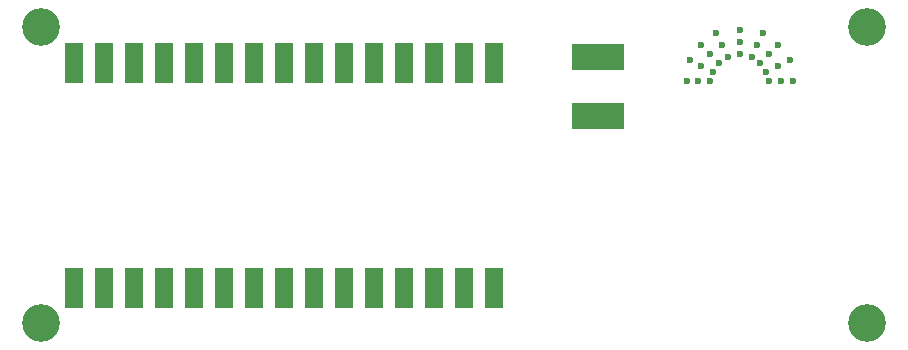
<source format=gbr>
%TF.GenerationSoftware,KiCad,Pcbnew,6.0.11-2627ca5db0~126~ubuntu22.04.1*%
%TF.CreationDate,2024-02-02T16:35:15+01:00*%
%TF.ProjectId,GrooveBox,47726f6f-7665-4426-9f78-2e6b69636164,rev?*%
%TF.SameCoordinates,Original*%
%TF.FileFunction,Soldermask,Bot*%
%TF.FilePolarity,Negative*%
%FSLAX46Y46*%
G04 Gerber Fmt 4.6, Leading zero omitted, Abs format (unit mm)*
G04 Created by KiCad (PCBNEW 6.0.11-2627ca5db0~126~ubuntu22.04.1) date 2024-02-02 16:35:15*
%MOMM*%
%LPD*%
G01*
G04 APERTURE LIST*
%ADD10C,3.200000*%
%ADD11R,4.500000X2.200000*%
%ADD12C,0.600000*%
%ADD13R,1.600000X3.500000*%
G04 APERTURE END LIST*
D10*
%TO.C,H4*%
X78300000Y-112500000D03*
%TD*%
%TO.C,H1*%
X78300000Y-87500000D03*
%TD*%
D11*
%TO.C,LS1*%
X125500000Y-90000000D03*
X125500000Y-95000000D03*
D12*
X140000000Y-92000000D03*
X140750000Y-89000000D03*
X139000000Y-89000000D03*
X140750000Y-90750000D03*
X139500000Y-88000000D03*
X137500000Y-87750000D03*
X133000000Y-92000000D03*
X142000000Y-92000000D03*
X140000000Y-89750000D03*
X135500000Y-88000000D03*
X135000000Y-92000000D03*
X133250000Y-90250000D03*
X141000000Y-92000000D03*
X135250000Y-91250000D03*
X135750000Y-90500000D03*
X134250000Y-90750000D03*
X137500000Y-89750000D03*
X139750000Y-91250000D03*
X135000000Y-89750000D03*
X137500000Y-88750000D03*
X136500000Y-90000000D03*
X138500000Y-90000000D03*
X139250000Y-90500000D03*
X141750000Y-90250000D03*
X134250000Y-89000000D03*
X134000000Y-92000000D03*
X136000000Y-89000000D03*
%TD*%
D10*
%TO.C,H2*%
X148300000Y-87500000D03*
%TD*%
%TO.C,H3*%
X148300000Y-112500000D03*
%TD*%
D13*
%TO.C,A1*%
X116700000Y-109525000D03*
X114160000Y-109525000D03*
X111620000Y-109525000D03*
X109080000Y-109525000D03*
X106540000Y-109525000D03*
X104000000Y-109525000D03*
X101460000Y-109525000D03*
X98920000Y-109525000D03*
X96380000Y-109525000D03*
X93840000Y-109525000D03*
X91300000Y-109525000D03*
X88760000Y-109525000D03*
X86220000Y-109525000D03*
X83680000Y-109525000D03*
X81140000Y-109525000D03*
X81140000Y-90475000D03*
X83680000Y-90475000D03*
X86220000Y-90475000D03*
X88760000Y-90475000D03*
X91300000Y-90475000D03*
X93840000Y-90475000D03*
X96380000Y-90475000D03*
X98920000Y-90475000D03*
X101460000Y-90475000D03*
X104000000Y-90475000D03*
X106540000Y-90475000D03*
X109080000Y-90475000D03*
X111620000Y-90475000D03*
X114160000Y-90475000D03*
X116700000Y-90475000D03*
%TD*%
M02*

</source>
